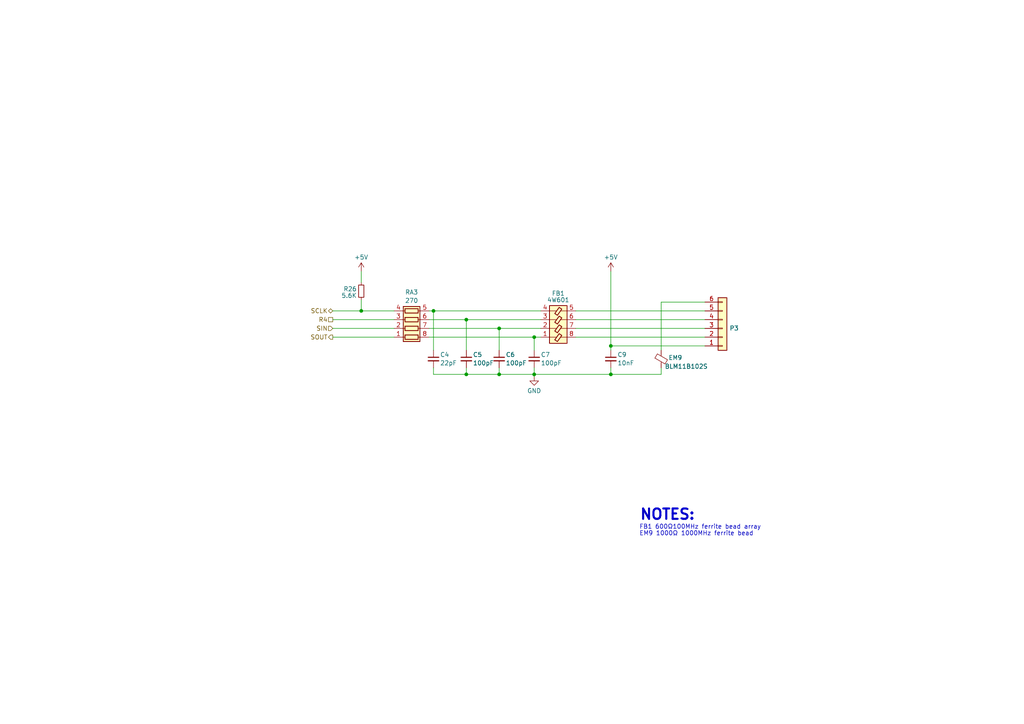
<source format=kicad_sch>
(kicad_sch (version 20231120) (generator "eeschema") (generator_version "8.0")
  (paper "A4")
  (title_block (title "CGB Reverse Engineer") (company "NatalieTheNerd.com"))
  (lib_symbols
    (symbol "CGB:FB_Pack04"
      (property "Reference" "FB" (at -7.874 0 90))
      (symbol "FB_Pack04_0_1"
        (rectangle (start -6.858 2.54) (end 4.064 -2.54) (stroke (width 0.254)) (fill (type background)))
      )
      (symbol "FB_Pack04_1_1"
        (polyline (pts (xy -5.08 -2.54) (xy -5.0799 -0.6586)))
        (polyline (pts (xy -5.08 2.54) (xy -5.08 0.6041)))
        (polyline (pts (xy -2.54 -2.54) (xy -2.5399 -0.6586)))
        (polyline (pts (xy -2.54 2.54) (xy -2.54 0.6041)))
        (polyline (pts (xy 0 -2.54) (xy 0.0001 -0.6586)))
        (polyline (pts (xy 0 2.54) (xy 0 0.6041)))
        (polyline (pts (xy 2.54 -2.54) (xy 2.5401 -0.6586)))
        (polyline (pts (xy 2.54 2.54) (xy 2.54 0.6041)))
        (polyline (pts (xy -6.35 0.254) (xy -5.842 1.016) (xy -4.064 -0.254) (xy -4.572 -1.016) (xy -6.35 0.254)) (stroke (width 0.245)))
        (polyline (pts (xy -3.81 0.254) (xy -3.302 1.016) (xy -1.524 -0.254) (xy -2.032 -1.016) (xy -3.81 0.254)) (stroke (width 0.245)))
        (polyline (pts (xy -1.27 0.254) (xy -0.762 1.016) (xy 1.016 -0.254) (xy 0.508 -1.016) (xy -1.27 0.254)) (stroke (width 0.245)))
        (polyline (pts (xy 1.27 0.254) (xy 1.778 1.016) (xy 3.556 -0.254) (xy 3.048 -1.016) (xy 1.27 0.254)) (stroke (width 0.245)))
        (pin passive line (at -5.08 5.08 270) (length 2.54) (name "") (number "1"))
        (pin passive line (at -2.54 5.08 270) (length 2.54) (name "") (number "2"))
        (pin passive line (at 0 5.08 270) (length 2.54) (name "") (number "3"))
        (pin passive line (at 2.54 5.08 270) (length 2.54) (name "") (number "4"))
        (pin passive line (at 2.54 -5.08 90) (length 2.54) (name "") (number "5"))
        (pin passive line (at 0 -5.08 90) (length 2.54) (name "") (number "6"))
        (pin passive line (at -2.54 -5.08 90) (length 2.54) (name "") (number "7"))
        (pin passive line (at -5.08 -5.08 90) (length 2.54) (name "") (number "8"))
      )
    )
    (symbol "Connector_Generic:Conn_01x06" (pin_names (offset 1.016) hide)
      (property "Reference" "J" (at 0 7.62 0))
      (property "Value" "Conn_01x06" (at 0 -10.16 0))
      (symbol "Conn_01x06_1_1"
        (rectangle (start -1.27 -7.493) (end 0 -7.747) (stroke (width 0.1524)))
        (rectangle (start -1.27 -4.953) (end 0 -5.207) (stroke (width 0.1524)))
        (rectangle (start -1.27 -2.413) (end 0 -2.667) (stroke (width 0.1524)))
        (rectangle (start -1.27 0.127) (end 0 -0.127) (stroke (width 0.1524)))
        (rectangle (start -1.27 2.667) (end 0 2.413) (stroke (width 0.1524)))
        (rectangle (start -1.27 5.207) (end 0 4.953) (stroke (width 0.1524)))
        (rectangle (start -1.27 6.35) (end 1.27 -8.89) (stroke (width 0.254)) (fill (type background)))
        (pin passive line (at -5.08 5.08 0) (length 3.81) (name "Pin_1") (number "1"))
        (pin passive line (at -5.08 2.54 0) (length 3.81) (name "Pin_2") (number "2"))
        (pin passive line (at -5.08 0 0) (length 3.81) (name "Pin_3") (number "3"))
        (pin passive line (at -5.08 -2.54 0) (length 3.81) (name "Pin_4") (number "4"))
        (pin passive line (at -5.08 -5.08 0) (length 3.81) (name "Pin_5") (number "5"))
        (pin passive line (at -5.08 -7.62 0) (length 3.81) (name "Pin_6") (number "6"))
      )
    )
    (symbol "Device:C_Small" (pin_numbers hide) (pin_names (offset 0.254) hide)
      (property "Reference" "C" (at 0.254 1.778 0))
      (property "Value" "C_Small" (at 0.254 -2.032 0))
      (symbol "C_Small_0_1"
        (polyline (pts (xy -1.524 -0.508) (xy 1.524 -0.508)) (stroke (width 0.3302)))
        (polyline (pts (xy -1.524 0.508) (xy 1.524 0.508)) (stroke (width 0.3048)))
      )
      (symbol "C_Small_1_1"
        (pin passive line (at 0 2.54 270) (length 2.032) (name "~") (number "1"))
        (pin passive line (at 0 -2.54 90) (length 2.032) (name "~") (number "2"))
      )
    )
    (symbol "Device:FerriteBead_Small" (pin_numbers hide) (pin_names (offset 0))
      (property "Reference" "FB" (at 1.905 1.27 0))
      (property "Value" "FerriteBead_Small" (at 1.905 -1.27 0))
      (symbol "FerriteBead_Small_0_1"
        (polyline (pts (xy 0 -1.27) (xy 0 -0.7874)))
        (polyline (pts (xy 0 0.889) (xy 0 1.2954)))
        (polyline (pts (xy -1.8288 0.2794) (xy -1.1176 1.4986) (xy 1.8288 -0.2032) (xy 1.1176 -1.4224) (xy -1.8288 0.2794)))
      )
      (symbol "FerriteBead_Small_1_1"
        (pin passive line (at 0 2.54 270) (length 1.27) (name "~") (number "1"))
        (pin passive line (at 0 -2.54 90) (length 1.27) (name "~") (number "2"))
      )
    )
    (symbol "Device:R_Pack04" (pin_names (offset 0) hide)
      (property "Reference" "RN" (at -7.62 0 90))
      (property "Value" "R_Pack04" (at 5.08 0 90))
      (symbol "R_Pack04_0_1"
        (rectangle (start -6.35 -2.413) (end 3.81 2.413) (stroke (width 0.254)) (fill (type background)))
        (rectangle (start -5.715 1.905) (end -4.445 -1.905) (stroke (width 0.254)))
        (rectangle (start -3.175 1.905) (end -1.905 -1.905) (stroke (width 0.254)))
        (rectangle (start -0.635 1.905) (end 0.635 -1.905) (stroke (width 0.254)))
        (polyline (pts (xy -5.08 -2.54) (xy -5.08 -1.905)))
        (polyline (pts (xy -5.08 1.905) (xy -5.08 2.54)))
        (polyline (pts (xy -2.54 -2.54) (xy -2.54 -1.905)))
        (polyline (pts (xy -2.54 1.905) (xy -2.54 2.54)))
        (polyline (pts (xy 0 -2.54) (xy 0 -1.905)))
        (polyline (pts (xy 0 1.905) (xy 0 2.54)))
        (polyline (pts (xy 2.54 -2.54) (xy 2.54 -1.905)))
        (polyline (pts (xy 2.54 1.905) (xy 2.54 2.54)))
        (rectangle (start 1.905 1.905) (end 3.175 -1.905) (stroke (width 0.254)))
      )
      (symbol "R_Pack04_1_1"
        (pin passive line (at -5.08 -5.08 90) (length 2.54) (name "R1.1") (number "1"))
        (pin passive line (at -2.54 -5.08 90) (length 2.54) (name "R2.1") (number "2"))
        (pin passive line (at 0 -5.08 90) (length 2.54) (name "R3.1") (number "3"))
        (pin passive line (at 2.54 -5.08 90) (length 2.54) (name "R4.1") (number "4"))
        (pin passive line (at 2.54 5.08 270) (length 2.54) (name "R4.2") (number "5"))
        (pin passive line (at 0 5.08 270) (length 2.54) (name "R3.2") (number "6"))
        (pin passive line (at -2.54 5.08 270) (length 2.54) (name "R2.2") (number "7"))
        (pin passive line (at -5.08 5.08 270) (length 2.54) (name "R1.2") (number "8"))
      )
    )
    (symbol "Device:R_Small" (pin_numbers hide) (pin_names (offset 0.254) hide)
      (property "Reference" "R" (at 0.762 0.508 0))
      (property "Value" "R_Small" (at 0.762 -1.016 0))
      (symbol "R_Small_0_1"
        (rectangle (start -0.762 1.778) (end 0.762 -1.778) (stroke (width 0.2032)))
      )
      (symbol "R_Small_1_1"
        (pin passive line (at 0 2.54 270) (length 0.762) (name "~") (number "1"))
        (pin passive line (at 0 -2.54 90) (length 0.762) (name "~") (number "2"))
      )
    )
    (symbol "power:+5V" (power) (pin_names (offset 0))
      (property "Value" "+5V" (at 0 3.556 0))
      (symbol "+5V_0_1"
        (polyline (pts (xy -0.762 1.27) (xy 0 2.54)))
        (polyline (pts (xy 0 0) (xy 0 2.54)))
        (polyline (pts (xy 0 2.54) (xy 0.762 1.27)))
      )
      (symbol "+5V_1_1"
        (pin power_in line (at 0 0 90) (length 0) hide (name "+5V") (number "1"))
      )
    )
    (symbol "power:GND" (power) (pin_names (offset 0))
      (property "Value" "GND" (at 0 -3.81 0))
      (symbol "GND_0_1"
        (polyline (pts (xy 0 0) (xy 0 -1.27) (xy 1.27 -1.27) (xy 0 -2.54) (xy -1.27 -1.27) (xy 0 -1.27)))
      )
      (symbol "GND_1_1"
        (pin power_in line (at 0 0 270) (length 0) hide (name "GND") (number "1"))
      )
    )
  )
  (junction (at 135.255 92.71))
  (junction (at 177.165 108.585))
  (junction (at 177.165 100.33))
  (junction (at 154.94 108.585))
  (junction (at 144.78 108.585))
  (junction (at 154.94 97.79))
  (junction (at 135.255 108.585))
  (junction (at 125.73 90.17))
  (junction (at 144.78 95.25))
  (junction (at 104.775 90.17))
  (wire (pts (xy 96.52 97.79) (xy 114.3 97.79)))
  (wire (pts (xy 125.73 90.17) (xy 156.845 90.17)))
  (wire (pts (xy 135.255 92.71) (xy 156.845 92.71)))
  (wire (pts (xy 104.775 78.74) (xy 104.775 81.915)))
  (wire (pts (xy 177.165 100.33) (xy 204.47 100.33)))
  (wire (pts (xy 177.165 78.74) (xy 177.165 100.33)))
  (wire (pts (xy 154.94 109.22) (xy 154.94 108.585)))
  (wire (pts (xy 167.005 92.71) (xy 204.47 92.71)))
  (wire (pts (xy 96.52 92.71) (xy 114.3 92.71)))
  (wire (pts (xy 124.46 92.71) (xy 135.255 92.71)))
  (wire (pts (xy 104.775 86.995) (xy 104.775 90.17)))
  (wire (pts (xy 144.78 108.585) (xy 154.94 108.585)))
  (wire (pts (xy 135.255 92.71) (xy 135.255 101.6)))
  (wire (pts (xy 154.94 97.79) (xy 156.845 97.79)))
  (wire (pts (xy 154.94 108.585) (xy 177.165 108.585)))
  (wire (pts (xy 191.77 87.63) (xy 191.77 101.6)))
  (wire (pts (xy 135.255 108.585) (xy 144.78 108.585)))
  (wire (pts (xy 144.78 108.585) (xy 144.78 106.68)))
  (wire (pts (xy 135.255 108.585) (xy 125.73 108.585)))
  (wire (pts (xy 125.73 90.17) (xy 125.73 101.6)))
  (wire (pts (xy 104.775 90.17) (xy 96.52 90.17)))
  (wire (pts (xy 144.78 101.6) (xy 144.78 95.25)))
  (wire (pts (xy 154.94 108.585) (xy 154.94 106.68)))
  (wire (pts (xy 177.165 101.6) (xy 177.165 100.33)))
  (wire (pts (xy 204.47 87.63) (xy 191.77 87.63)))
  (wire (pts (xy 167.005 95.25) (xy 204.47 95.25)))
  (wire (pts (xy 167.005 97.79) (xy 204.47 97.79)))
  (wire (pts (xy 96.52 95.25) (xy 114.3 95.25)))
  (wire (pts (xy 144.78 95.25) (xy 156.845 95.25)))
  (wire (pts (xy 135.255 108.585) (xy 135.255 106.68)))
  (wire (pts (xy 191.77 106.68) (xy 191.77 108.585)))
  (wire (pts (xy 167.005 90.17) (xy 204.47 90.17)))
  (wire (pts (xy 177.165 108.585) (xy 191.77 108.585)))
  (wire (pts (xy 124.46 97.79) (xy 154.94 97.79)))
  (wire (pts (xy 114.3 90.17) (xy 104.775 90.17)))
  (wire (pts (xy 124.46 90.17) (xy 125.73 90.17)))
  (wire (pts (xy 124.46 95.25) (xy 144.78 95.25)))
  (wire (pts (xy 154.94 101.6) (xy 154.94 97.79)))
  (wire (pts (xy 177.165 106.68) (xy 177.165 108.585)))
  (wire (pts (xy 125.73 108.585) (xy 125.73 106.68)))
  (text "EM9 1000Ω 1000MHz ferrite bead" (at 185.42 155.575 0) (effects (font (size 1.27 1.27)) (justify left bottom)))
  (text "FB1 600Ω100MHz ferrite bead array" (at 185.42 153.67 0) (effects (font (size 1.27 1.27)) (justify left bottom)))
  (text "NOTES:" (at 185.42 151.13 0) (effects (font (size 3 3) (thickness 0.6) (bold yes)) (justify left bottom)))
  (hierarchical_label "SCLK" (shape bidirectional) (at 96.52 90.17 180))
  (hierarchical_label "SOUT" (shape output) (at 96.52 97.79 180))
  (hierarchical_label "SIN" (shape input) (at 96.52 95.25 180))
  (hierarchical_label "R4" (shape passive) (at 96.52 92.71 180))
  (symbol (lib_id "power:+5V") (at 177.165 78.74 0) (unit 1)
    (property "Reference" "#PWR015" (effects (hide yes)))
    (property "Value" "+5V" (at 177.165 74.6069 0))
  )
  (symbol (lib_id "CGB:FB_Pack04") (at 161.925 92.71 90) (unit 1)
    (property "Reference" "FB1" (at 161.925 85.09 90))
    (property "Value" "4W601" (at 161.925 86.995 90))
    (property "Footprint" "Resistor_SMD:R_Array_Concave_4x0603" (effects (hide yes)))
  )
  (symbol (lib_id "Device:C_Small") (at 154.94 104.14 0) (unit 1)
    (property "Reference" "C7" (at 156.845 102.87 0) (effects (justify left)))
    (property "Value" "100pF" (at 156.845 105.2942 0) (effects (justify left)))
    (property "Footprint" "Capacitor_SMD:C_0603_1608Metric" (effects (hide yes)))
  )
  (symbol (lib_id "Device:C_Small") (at 135.255 104.14 0) (unit 1)
    (property "Reference" "C5" (at 137.16 102.87 0) (effects (justify left)))
    (property "Value" "100pF" (at 137.16 105.2942 0) (effects (justify left)))
    (property "Footprint" "Capacitor_SMD:C_0603_1608Metric" (effects (hide yes)))
  )
  (symbol (lib_id "power:+5V") (at 104.775 78.74 0) (unit 1)
    (property "Reference" "#PWR08" (effects (hide yes)))
    (property "Value" "+5V" (at 104.775 74.6069 0))
  )
  (symbol (lib_id "Device:R_Pack04") (at 119.38 92.71 270) (mirror x) (unit 1)
    (property "Reference" "RA3" (at 119.38 84.7557 90))
    (property "Value" "270" (at 119.38 87.1799 90))
    (property "Footprint" "Resistor_SMD:R_Array_Concave_4x0603" (effects (hide yes)))
  )
  (symbol (lib_id "Device:FerriteBead_Small") (at 191.77 104.14 0) (unit 1)
    (property "Reference" "EM9" (at 195.8765 103.736 0))
    (property "Value" "BLM11B102S" (at 199.0515 106.276 0))
    (property "Footprint" "Resistor_SMD:R_0603_1608Metric" (effects (hide yes)))
  )
  (symbol (lib_id "Device:R_Small") (at 104.775 84.455 0) (unit 1)
    (property "Reference" "R26" (at 103.505 83.82 0) (effects (justify right)))
    (property "Value" "5.6K" (at 103.505 85.725 0) (effects (justify right)))
    (property "Footprint" "Resistor_SMD:R_0603_1608Metric" (effects (hide yes)))
  )
  (symbol (lib_id "Device:C_Small") (at 144.78 104.14 0) (unit 1)
    (property "Reference" "C6" (at 146.685 102.87 0) (effects (justify left)))
    (property "Value" "100pF" (at 146.685 105.2942 0) (effects (justify left)))
    (property "Footprint" "Capacitor_SMD:C_0603_1608Metric" (effects (hide yes)))
  )
  (symbol (lib_id "Device:C_Small") (at 177.165 104.14 0) (unit 1)
    (property "Reference" "C9" (at 179.07 102.87 0) (effects (justify left)))
    (property "Value" "10nF" (at 179.07 105.2942 0) (effects (justify left)))
    (property "Footprint" "Capacitor_SMD:C_0603_1608Metric" (effects (hide yes)))
  )
  (symbol (lib_id "power:GND") (at 154.94 109.22 0) (unit 1)
    (property "Reference" "#PWR014" (effects (hide yes)))
    (property "Value" "GND" (at 154.94 113.3531 0))
  )
  (symbol (lib_id "Connector_Generic:Conn_01x06") (at 209.55 95.25 0) (mirror x) (unit 1)
    (property "Reference" "P3" (at 211.582 95.1921 0) (effects (justify left)))
    (property "Value" "Conn_01x06" (effects (hide yes)))
    (property "Footprint" "CGB:Serial CGB" (effects (hide yes)))
  )
  (symbol (lib_id "Device:C_Small") (at 125.73 104.14 0) (unit 1)
    (property "Reference" "C4" (at 127.635 102.87 0) (effects (justify left)))
    (property "Value" "22pF" (at 127.635 105.2942 0) (effects (justify left)))
    (property "Footprint" "Capacitor_SMD:C_0603_1608Metric" (effects (hide yes)))
  )
)
</source>
